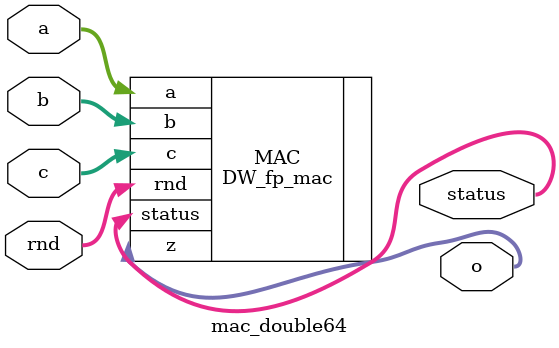
<source format=sv>
/*
 * File: mac_double64.sv
 * Author: Michal Gorywoda
 * Created Date: March 9th 2025
 * 
 * Copyright (c) 2025 Michal Gorywoda, KAIST SEED Lab
 */

 `default_nettype none
 module mac_double64 #(
   parameter   N_SIG    = 52,
   parameter   N_EXP    = 11,
   parameter   N_DATA   = N_EXP + N_SIG + 1
 ) (
    input   logic [N_DATA-1:0]   a,
    input   logic [N_DATA-1:0]   b,
    input   logic [N_DATA-1:0]   c,
    input   logic [2:0]          rnd,
    output  logic [N_DATA-1:0]   o,
    output  logic [7:0]          status
 );
 
 
DW_fp_mac #
(
   .sig_width(N_SIG), 
   .exp_width(N_EXP), 
   .ieee_compliance(1)
) MAC ( 
   .a(a), 
   .b(b),
   .c(c),
   .rnd(rnd), 
   .z(o), 
   .status(status) 
);
    
endmodule
</source>
